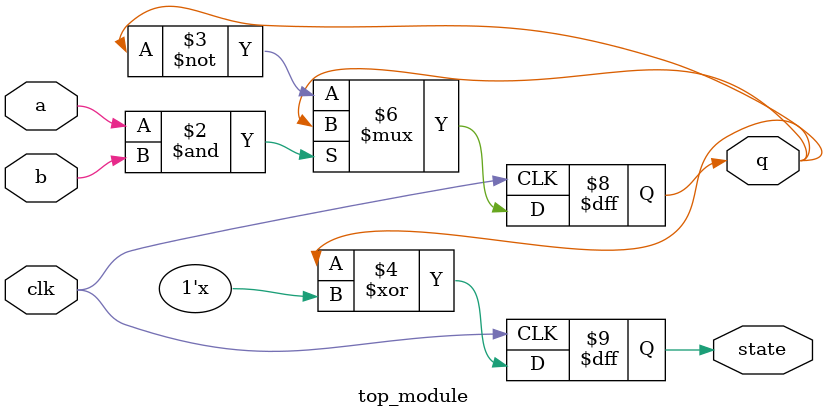
<source format=sv>
module top_module (
	input clk,
	input a,
	input b,
	output reg q,
	output reg state
);

always @(posedge clk) begin
	if (a & b)
		q <= q;
	else
		q <= ~q;
	state <= q[0] ^ q[1];
end

endmodule

</source>
